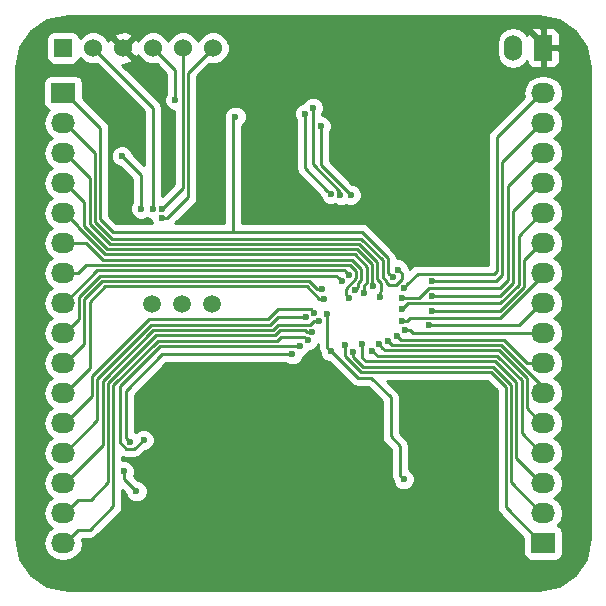
<source format=gbr>
G04 #@! TF.FileFunction,Copper,L2,Bot,Signal*
%FSLAX46Y46*%
G04 Gerber Fmt 4.6, Leading zero omitted, Abs format (unit mm)*
G04 Created by KiCad (PCBNEW 0.201510170916+6271~30~ubuntu15.04.1-product) date Mon 02 Nov 2015 12:23:47 AM PST*
%MOMM*%
G01*
G04 APERTURE LIST*
%ADD10C,0.100000*%
%ADD11C,1.506220*%
%ADD12R,2.032000X1.727200*%
%ADD13O,2.032000X1.727200*%
%ADD14R,1.524000X1.524000*%
%ADD15C,1.524000*%
%ADD16R,1.524000X2.199640*%
%ADD17O,1.524000X2.199640*%
%ADD18C,0.600000*%
%ADD19C,0.250000*%
%ADD20C,0.500000*%
%ADD21C,0.254000*%
G04 APERTURE END LIST*
D10*
D11*
X114748400Y-75076200D03*
X112208400Y-75076200D03*
X117248400Y-75076200D03*
D12*
X145320000Y-95320000D03*
D13*
X145320000Y-92780000D03*
X145320000Y-90240000D03*
X145320000Y-87700000D03*
X145320000Y-85160000D03*
X145320000Y-82620000D03*
X145320000Y-80080000D03*
X145320000Y-77540000D03*
X145320000Y-75000000D03*
X145320000Y-72460000D03*
X145320000Y-69920000D03*
X145320000Y-67380000D03*
X145320000Y-64840000D03*
X145320000Y-62300000D03*
X145320000Y-59760000D03*
X145320000Y-57220000D03*
D12*
X104680000Y-57220000D03*
D13*
X104680000Y-59760000D03*
X104680000Y-62300000D03*
X104680000Y-64840000D03*
X104680000Y-67380000D03*
X104680000Y-69920000D03*
X104680000Y-72460000D03*
X104680000Y-75000000D03*
X104680000Y-77540000D03*
X104680000Y-80080000D03*
X104680000Y-82620000D03*
X104680000Y-85160000D03*
X104680000Y-87700000D03*
X104680000Y-90240000D03*
X104680000Y-92780000D03*
X104680000Y-95320000D03*
D14*
X104673400Y-53416200D03*
D15*
X107213400Y-53416200D03*
X109753400Y-53416200D03*
X112293400Y-53416200D03*
X114833400Y-53416200D03*
X117373400Y-53416200D03*
D16*
X145313400Y-53416200D03*
D17*
X142773400Y-53416200D03*
D18*
X134264400Y-86436200D03*
X136169400Y-85229700D03*
X134327900Y-84975708D03*
X122773400Y-83401200D03*
X123723400Y-65701200D03*
X120673400Y-65726200D03*
X120298401Y-51426200D03*
X131973400Y-52201200D03*
X129123400Y-57951200D03*
X129123400Y-57276200D03*
X126100000Y-67400000D03*
X118500000Y-80300000D03*
X111700000Y-88900000D03*
X139400000Y-68400000D03*
X134100000Y-67500000D03*
X133200000Y-66600000D03*
X117073400Y-57426200D03*
X109840000Y-89275700D03*
X110890000Y-90950000D03*
X110340000Y-86750000D03*
X124090000Y-79350000D03*
X124738929Y-78650794D03*
X111490000Y-86600000D03*
X132603778Y-72850593D03*
X119273400Y-59226200D03*
X127358049Y-65797511D03*
X125175031Y-58970534D03*
X126517380Y-60020200D03*
X129040000Y-65850000D03*
X128156321Y-65850232D03*
X125824409Y-58474823D03*
X114188420Y-57826200D03*
X112273387Y-67026200D03*
X125381361Y-78174035D03*
X125740747Y-77459289D03*
X126360336Y-76525680D03*
X125252172Y-76238393D03*
X125945717Y-75839627D03*
X126779552Y-74640470D03*
X126598903Y-73799990D03*
X128298936Y-73176979D03*
X128863003Y-72609664D03*
X128890000Y-74550000D03*
X129374992Y-73913760D03*
X130171171Y-74172599D03*
X130935184Y-73584573D03*
X131490000Y-74500000D03*
X133034110Y-72176179D03*
X128549372Y-78562200D03*
X129253706Y-79127894D03*
X130015718Y-78504494D03*
X130835400Y-79070210D03*
X131401094Y-78504506D03*
X132213317Y-78251136D03*
X132988995Y-77801125D03*
X133606836Y-77292900D03*
X135628499Y-76901103D03*
X133383351Y-76524737D03*
X135923380Y-75651089D03*
X133390000Y-75500000D03*
X135923380Y-74401068D03*
X133340000Y-74550000D03*
X135923380Y-73151047D03*
X133534029Y-73703674D03*
X109648380Y-62560200D03*
X111273400Y-67026200D03*
X113073400Y-67826200D03*
X133502400Y-89928698D03*
X113073400Y-67026200D03*
X127340000Y-79100000D03*
X127040000Y-75900000D03*
D19*
X134327900Y-84975708D02*
X134327900Y-86372700D01*
X134327900Y-86372700D02*
X134264400Y-86436200D01*
X115251200Y-92451200D02*
X132412904Y-92451200D01*
X111700000Y-88900000D02*
X115251200Y-92451200D01*
X136169400Y-85653964D02*
X136169400Y-85229700D01*
X132412904Y-92451200D02*
X136169400Y-88694704D01*
X136169400Y-88694704D02*
X136169400Y-85653964D01*
X122773400Y-83401200D02*
X121601200Y-83401200D01*
X121601200Y-83401200D02*
X118500000Y-80300000D01*
X126100000Y-67400000D02*
X124401200Y-65701200D01*
X124401200Y-65701200D02*
X123723400Y-65701200D01*
X120673400Y-65726200D02*
X123698400Y-65726200D01*
X123698400Y-65726200D02*
X123723400Y-65701200D01*
X118273400Y-51426200D02*
X119874137Y-51426200D01*
X118073400Y-51626200D02*
X118273400Y-51426200D01*
X119874137Y-51426200D02*
X120298401Y-51426200D01*
D20*
X131973400Y-52201200D02*
X132273399Y-51901201D01*
X134498399Y-51901201D02*
X135123400Y-51276200D01*
X132273399Y-51901201D02*
X134498399Y-51901201D01*
X129123400Y-57276200D02*
X135123400Y-51276200D01*
X143511220Y-51276200D02*
X145313400Y-53078380D01*
X135123400Y-51276200D02*
X143511220Y-51276200D01*
D19*
X145313400Y-53078380D02*
X145313400Y-53416200D01*
X111473400Y-51626200D02*
X118073400Y-51626200D01*
X110515399Y-52584201D02*
X111473400Y-51626200D01*
X109753400Y-53416200D02*
X110515399Y-52654201D01*
X110515399Y-52654201D02*
X110515399Y-52584201D01*
X126100000Y-67400000D02*
X126399999Y-67699999D01*
X126399999Y-67699999D02*
X132100001Y-67699999D01*
X132100001Y-67699999D02*
X132900001Y-66899999D01*
X132900001Y-66899999D02*
X133200000Y-66600000D01*
X118500000Y-80300000D02*
X118500000Y-82100000D01*
X118500000Y-82100000D02*
X111700000Y-88900000D01*
D20*
X134100000Y-67500000D02*
X135000000Y-68400000D01*
X135000000Y-68400000D02*
X139400000Y-68400000D01*
D19*
X119073400Y-52626200D02*
X119073400Y-55426200D01*
X118073400Y-51626200D02*
X119073400Y-52626200D01*
X119073400Y-55426200D02*
X117073400Y-57426200D01*
X109840000Y-89699964D02*
X109840000Y-89275700D01*
X109840000Y-89900000D02*
X109840000Y-89699964D01*
X110890000Y-90950000D02*
X109840000Y-89900000D01*
X109990000Y-82450000D02*
X109990000Y-86400000D01*
X109990000Y-86400000D02*
X110340000Y-86750000D01*
X113090000Y-79350000D02*
X109990000Y-82450000D01*
X124090000Y-79350000D02*
X113090000Y-79350000D01*
X110039998Y-87375002D02*
X109464998Y-86800002D01*
X112889206Y-78650794D02*
X124314665Y-78650794D01*
X124314665Y-78650794D02*
X124738929Y-78650794D01*
X111490000Y-86600000D02*
X110714998Y-87375002D01*
X109464998Y-82075002D02*
X112889206Y-78650794D01*
X110714998Y-87375002D02*
X110039998Y-87375002D01*
X109464998Y-86800002D02*
X109464998Y-82075002D01*
X129972910Y-68976101D02*
X132188071Y-71191262D01*
X119032845Y-68976101D02*
X129972910Y-68976101D01*
X132188071Y-71191262D02*
X132188071Y-72434886D01*
X132303779Y-72550594D02*
X132603778Y-72850593D01*
X132188071Y-72434886D02*
X132303779Y-72550594D01*
X104680000Y-57220000D02*
X104832400Y-57220000D01*
X107823400Y-67926200D02*
X108873301Y-68976101D01*
X107823400Y-60211000D02*
X107823400Y-67926200D01*
X108873301Y-68976101D02*
X119032845Y-68976101D01*
X104832400Y-57220000D02*
X107823400Y-60211000D01*
X119032845Y-68976101D02*
X119032845Y-59466755D01*
X119032845Y-59466755D02*
X119273400Y-59226200D01*
X125175031Y-63614493D02*
X127058050Y-65497512D01*
X127058050Y-65497512D02*
X127358049Y-65797511D01*
X125175031Y-58970534D02*
X125175031Y-63614493D01*
X129040000Y-65850000D02*
X126498400Y-63308400D01*
X126498400Y-63308400D02*
X126498400Y-60039180D01*
X126498400Y-60039180D02*
X126517380Y-60020200D01*
X125824409Y-58474823D02*
X125824409Y-63270819D01*
X128156321Y-65602731D02*
X128156321Y-65850232D01*
X125824409Y-63270819D02*
X128156321Y-65602731D01*
X114188420Y-57401936D02*
X114188420Y-57826200D01*
X114188420Y-55311220D02*
X114188420Y-57401936D01*
X112293400Y-53416200D02*
X114188420Y-55311220D01*
X107213400Y-53416200D02*
X112273387Y-58476187D01*
X112273387Y-66601936D02*
X112273387Y-67026200D01*
X112273387Y-58476187D02*
X112273387Y-66601936D01*
X122791920Y-78200783D02*
X123118667Y-77874036D01*
X104680000Y-95320000D02*
X104832400Y-95320000D01*
X112702806Y-78200783D02*
X122791920Y-78200783D01*
X106947190Y-94206400D02*
X108939989Y-92213601D01*
X104832400Y-95320000D02*
X105946000Y-94206400D01*
X125081362Y-77874036D02*
X125381361Y-78174035D01*
X123118667Y-77874036D02*
X125081362Y-77874036D01*
X108939989Y-92213601D02*
X108939989Y-81963600D01*
X108939989Y-81963600D02*
X112702806Y-78200783D01*
X105946000Y-94206400D02*
X106947190Y-94206400D01*
X107000779Y-91666400D02*
X108489978Y-90177201D01*
X122605520Y-77750772D02*
X123042887Y-77313405D01*
X104680000Y-92780000D02*
X104832400Y-92780000D01*
X125316483Y-77459289D02*
X125740747Y-77459289D01*
X112516406Y-77750772D02*
X122605520Y-77750772D01*
X105946000Y-91666400D02*
X107000779Y-91666400D01*
X123042887Y-77313405D02*
X125170599Y-77313405D01*
X108489978Y-90177201D02*
X108489978Y-81777200D01*
X108489978Y-81777200D02*
X112516406Y-77750772D01*
X104832400Y-92780000D02*
X105946000Y-91666400D01*
X125170599Y-77313405D02*
X125316483Y-77459289D01*
X112330006Y-77300761D02*
X122419120Y-77300761D01*
X104680000Y-90240000D02*
X104832400Y-90240000D01*
X122419120Y-77300761D02*
X122856487Y-76863394D01*
X125552173Y-76863394D02*
X125889887Y-76525680D01*
X104832400Y-90240000D02*
X108039967Y-87032433D01*
X125889887Y-76525680D02*
X125936072Y-76525680D01*
X125936072Y-76525680D02*
X126360336Y-76525680D01*
X108039967Y-81590800D02*
X112330006Y-77300761D01*
X108039967Y-87032433D02*
X108039967Y-81590800D01*
X122856487Y-76863394D02*
X125552173Y-76863394D01*
X122232720Y-76850750D02*
X122845077Y-76238393D01*
X124827908Y-76238393D02*
X125252172Y-76238393D01*
X104832400Y-87700000D02*
X107589956Y-84942444D01*
X122845077Y-76238393D02*
X124827908Y-76238393D01*
X112143606Y-76850750D02*
X122232720Y-76850750D01*
X107589956Y-81404400D02*
X112143606Y-76850750D01*
X104680000Y-87700000D02*
X104832400Y-87700000D01*
X107589956Y-84942444D02*
X107589956Y-81404400D01*
X122907431Y-75539628D02*
X125645718Y-75539628D01*
X122046320Y-76400739D02*
X122907431Y-75539628D01*
X107139945Y-81218000D02*
X111957206Y-76400739D01*
X104680000Y-85160000D02*
X104832400Y-85160000D01*
X125645718Y-75539628D02*
X125945717Y-75839627D01*
X111957206Y-76400739D02*
X122046320Y-76400739D01*
X107139945Y-82852455D02*
X107139945Y-81218000D01*
X104832400Y-85160000D02*
X107139945Y-82852455D01*
X126355288Y-74640470D02*
X126779552Y-74640470D01*
X108223400Y-73601200D02*
X125316018Y-73601200D01*
X106921032Y-80531368D02*
X106921032Y-74903567D01*
X125316018Y-73601200D02*
X126355288Y-74640470D01*
X106921032Y-74903567D02*
X108223400Y-73601200D01*
X104832400Y-82620000D02*
X106921032Y-80531368D01*
X104680000Y-82620000D02*
X104832400Y-82620000D01*
X107987000Y-73151189D02*
X125502418Y-73151189D01*
X106471021Y-74667168D02*
X107987000Y-73151189D01*
X126151219Y-73799990D02*
X126174639Y-73799990D01*
X104680000Y-80080000D02*
X104832400Y-80080000D01*
X104832400Y-80080000D02*
X106471021Y-78441379D01*
X106471021Y-78441379D02*
X106471021Y-74667168D01*
X125502418Y-73151189D02*
X126151219Y-73799990D01*
X126174639Y-73799990D02*
X126598903Y-73799990D01*
X106021010Y-76351390D02*
X106021010Y-74480768D01*
X104680000Y-77540000D02*
X104832400Y-77540000D01*
X127823135Y-72701178D02*
X127998937Y-72876980D01*
X107800600Y-72701178D02*
X127823135Y-72701178D01*
X106021010Y-74480768D02*
X107800600Y-72701178D01*
X104832400Y-77540000D02*
X106021010Y-76351390D01*
X127998937Y-72876980D02*
X128298936Y-73176979D01*
X104832400Y-75000000D02*
X107581233Y-72251167D01*
X104680000Y-75000000D02*
X104832400Y-75000000D01*
X107581233Y-72251167D02*
X128504506Y-72251167D01*
X128504506Y-72251167D02*
X128563004Y-72309665D01*
X128563004Y-72309665D02*
X128863003Y-72609664D01*
X128590001Y-74250001D02*
X128890000Y-74550000D01*
X129488005Y-72903977D02*
X128590001Y-73801981D01*
X106604844Y-71801156D02*
X128979499Y-71801156D01*
X105946000Y-72460000D02*
X106604844Y-71801156D01*
X129488005Y-72309662D02*
X129488005Y-72903977D01*
X128590001Y-73801981D02*
X128590001Y-74250001D01*
X128979499Y-71801156D02*
X129488005Y-72309662D01*
X104680000Y-72460000D02*
X105946000Y-72460000D01*
X129938016Y-72123262D02*
X129938016Y-73096066D01*
X104680000Y-69920000D02*
X106585145Y-69920000D01*
X129674991Y-73359091D02*
X129674991Y-73613761D01*
X129165899Y-71351145D02*
X129938016Y-72123262D01*
X108016290Y-71351145D02*
X129165899Y-71351145D01*
X106585145Y-69920000D02*
X108016290Y-71351145D01*
X129674991Y-73613761D02*
X129374992Y-73913760D01*
X129938016Y-73096066D02*
X129674991Y-73359091D01*
X130171171Y-73748335D02*
X130171171Y-74172599D01*
X104680000Y-67380000D02*
X104832400Y-67380000D01*
X130171171Y-73499322D02*
X130171171Y-73748335D01*
X130388027Y-73282466D02*
X130171171Y-73499322D01*
X108248334Y-70901134D02*
X129352299Y-70901134D01*
X105946000Y-68598800D02*
X108248334Y-70901134D01*
X105946000Y-68493600D02*
X105946000Y-68598800D01*
X104832400Y-67380000D02*
X105946000Y-68493600D01*
X129352299Y-70901134D02*
X130388027Y-71936862D01*
X130388027Y-71936862D02*
X130388027Y-73282466D01*
X106473367Y-66480967D02*
X106473367Y-68489757D01*
X106473367Y-68489757D02*
X108434733Y-70451123D01*
X130838038Y-71750462D02*
X130838038Y-73487427D01*
X108434733Y-70451123D02*
X129538699Y-70451123D01*
X104832400Y-64840000D02*
X106473367Y-66480967D01*
X104680000Y-64840000D02*
X104832400Y-64840000D01*
X129538699Y-70451123D02*
X130838038Y-71750462D01*
X130838038Y-73487427D02*
X130935184Y-73584573D01*
X131597400Y-73968336D02*
X131490000Y-74075736D01*
X104832400Y-62300000D02*
X106923378Y-64390978D01*
X108621132Y-70001112D02*
X129725099Y-70001112D01*
X104680000Y-62300000D02*
X104832400Y-62300000D01*
X131288049Y-73012434D02*
X131597400Y-73321785D01*
X106923378Y-64390978D02*
X106923378Y-68303358D01*
X129725099Y-70001112D02*
X131288049Y-71564062D01*
X106923378Y-68303358D02*
X108621132Y-70001112D01*
X131288049Y-71564062D02*
X131288049Y-73012434D01*
X131597400Y-73321785D02*
X131597400Y-73968336D01*
X131490000Y-74075736D02*
X131490000Y-74500000D01*
X132870418Y-73483373D02*
X133334109Y-73019682D01*
X133334109Y-72476178D02*
X133034110Y-72176179D01*
X132270414Y-73483373D02*
X132870418Y-73483373D01*
X132047411Y-73260369D02*
X132270414Y-73483373D01*
X132047411Y-73135385D02*
X132047411Y-73260369D01*
X131738060Y-72826035D02*
X132047411Y-73135385D01*
X129911499Y-69551101D02*
X131738060Y-71377662D01*
X131738060Y-71377662D02*
X131738060Y-72826035D01*
X108807531Y-69551101D02*
X129911499Y-69551101D01*
X104680000Y-59760000D02*
X104832400Y-59760000D01*
X107373389Y-68116959D02*
X108807531Y-69551101D01*
X107373389Y-62300989D02*
X107373389Y-68116959D01*
X133334109Y-73019682D02*
X133334109Y-72476178D01*
X104832400Y-59760000D02*
X107373389Y-62300989D01*
X145320000Y-95320000D02*
X145167600Y-95320000D01*
X145167600Y-95320000D02*
X142140000Y-92292400D01*
X142140000Y-92292400D02*
X142140000Y-82100000D01*
X140889223Y-80849223D02*
X129908597Y-80849223D01*
X142140000Y-82100000D02*
X140889223Y-80849223D01*
X129908597Y-80849223D02*
X128549372Y-79489998D01*
X128549372Y-79489998D02*
X128549372Y-78986464D01*
X128549372Y-78986464D02*
X128549372Y-78562200D01*
X145320000Y-92780000D02*
X145167600Y-92780000D01*
X145167600Y-92780000D02*
X142590011Y-90202411D01*
X142590011Y-90202411D02*
X142590011Y-81913600D01*
X142590011Y-81913600D02*
X141075623Y-80399212D01*
X141075623Y-80399212D02*
X130094997Y-80399212D01*
X130094997Y-80399212D02*
X129253706Y-79557921D01*
X129253706Y-79557921D02*
X129253706Y-79552158D01*
X129253706Y-79552158D02*
X129253706Y-79127894D01*
X145320000Y-90240000D02*
X145167600Y-90240000D01*
X145167600Y-90240000D02*
X143040022Y-88112422D01*
X143040022Y-88112422D02*
X143040022Y-81727200D01*
X143040022Y-81727200D02*
X141262024Y-79949202D01*
X141262024Y-79949202D02*
X130281398Y-79949203D01*
X130281398Y-79949203D02*
X130015718Y-79683523D01*
X130015718Y-79683523D02*
X130015718Y-78928758D01*
X130015718Y-78928758D02*
X130015718Y-78504494D01*
X145167600Y-87700000D02*
X143490033Y-86022433D01*
X145320000Y-87700000D02*
X145167600Y-87700000D01*
X141416966Y-79467733D02*
X131232923Y-79467733D01*
X143490033Y-86022433D02*
X143490033Y-81540800D01*
X131135399Y-79370209D02*
X130835400Y-79070210D01*
X143490033Y-81540800D02*
X141416966Y-79467733D01*
X131232923Y-79467733D02*
X131135399Y-79370209D01*
X131914310Y-79017722D02*
X131701093Y-78804505D01*
X141603366Y-79017722D02*
X131914310Y-79017722D01*
X143940044Y-81354400D02*
X141603366Y-79017722D01*
X143940044Y-83932444D02*
X143940044Y-81354400D01*
X145167600Y-85160000D02*
X143940044Y-83932444D01*
X131701093Y-78804505D02*
X131401094Y-78504506D01*
X145320000Y-85160000D02*
X145167600Y-85160000D01*
X132529892Y-78567711D02*
X132513316Y-78551135D01*
X132513316Y-78551135D02*
X132213317Y-78251136D01*
X141789766Y-78567711D02*
X132529892Y-78567711D01*
X145320000Y-82620000D02*
X145320000Y-82097945D01*
X145320000Y-82097945D02*
X141789766Y-78567711D01*
X141976166Y-78117700D02*
X133305570Y-78117700D01*
X133305570Y-78117700D02*
X132988995Y-77801125D01*
X145320000Y-80080000D02*
X143938466Y-80080000D01*
X143938466Y-80080000D02*
X141976166Y-78117700D01*
X134264323Y-77526123D02*
X134031100Y-77292900D01*
X142034877Y-77540000D02*
X142021000Y-77526123D01*
X134031100Y-77292900D02*
X133606836Y-77292900D01*
X145320000Y-77540000D02*
X142034877Y-77540000D01*
X142021000Y-77526123D02*
X134264323Y-77526123D01*
X145320000Y-75000000D02*
X145167600Y-75000000D01*
X136052763Y-76901103D02*
X135628499Y-76901103D01*
X145167600Y-75000000D02*
X143266497Y-76901103D01*
X143266497Y-76901103D02*
X136052763Y-76901103D01*
X133807615Y-76524737D02*
X133383351Y-76524737D01*
X134056251Y-76276101D02*
X133807615Y-76524737D01*
X141709543Y-76276101D02*
X134056251Y-76276101D01*
X145320000Y-72665644D02*
X141709543Y-76276101D01*
X145320000Y-72460000D02*
X145320000Y-72665644D01*
X136347644Y-75651089D02*
X135923380Y-75651089D01*
X141698144Y-75651089D02*
X136347644Y-75651089D01*
X143690023Y-73659210D02*
X141698144Y-75651089D01*
X145167600Y-69920000D02*
X143690023Y-71397577D01*
X145320000Y-69920000D02*
X145167600Y-69920000D01*
X143690023Y-71397577D02*
X143690023Y-73659210D01*
X145167600Y-67380000D02*
X145320000Y-67380000D01*
X143240012Y-73472810D02*
X143240012Y-69307588D01*
X141686734Y-75026088D02*
X143240012Y-73472810D01*
X133863912Y-75026088D02*
X141686734Y-75026088D01*
X133390000Y-75500000D02*
X133863912Y-75026088D01*
X143240012Y-69307588D02*
X145167600Y-67380000D01*
X145320000Y-64840000D02*
X145167600Y-64840000D01*
X141675343Y-74401068D02*
X136347644Y-74401068D01*
X142790001Y-73286410D02*
X141675343Y-74401068D01*
X142790001Y-67217599D02*
X142790001Y-73286410D01*
X136347644Y-74401068D02*
X135923380Y-74401068D01*
X145167600Y-64840000D02*
X142790001Y-67217599D01*
X134849977Y-74550000D02*
X135623910Y-73776067D01*
X141663933Y-73776067D02*
X142339990Y-73100010D01*
X135623910Y-73776067D02*
X141663933Y-73776067D01*
X142339990Y-73100010D02*
X142339990Y-65127610D01*
X142339990Y-65127610D02*
X145167600Y-62300000D01*
X145167600Y-62300000D02*
X145320000Y-62300000D01*
X133340000Y-74550000D02*
X134849977Y-74550000D01*
X141840011Y-63087589D02*
X141840011Y-72659589D01*
X145167600Y-59760000D02*
X141840011Y-63087589D01*
X136347644Y-73151047D02*
X135923380Y-73151047D01*
X145320000Y-59760000D02*
X145167600Y-59760000D01*
X141840011Y-72659589D02*
X141348553Y-73151047D01*
X141348553Y-73151047D02*
X136347644Y-73151047D01*
X145320000Y-57220000D02*
X145167600Y-57220000D01*
X145167600Y-57220000D02*
X141390000Y-60997600D01*
X141390000Y-60997600D02*
X141390000Y-72309600D01*
X141173554Y-72526046D02*
X134711657Y-72526046D01*
X141390000Y-72309600D02*
X141173554Y-72526046D01*
X134711657Y-72526046D02*
X133834028Y-73403675D01*
X133834028Y-73403675D02*
X133534029Y-73703674D01*
X111273400Y-64185220D02*
X109948379Y-62860199D01*
X111273400Y-67026200D02*
X111273400Y-64185220D01*
X109948379Y-62860199D02*
X109648380Y-62560200D01*
X113497664Y-67826200D02*
X113073400Y-67826200D01*
X115273400Y-66050464D02*
X113497664Y-67826200D01*
X115273400Y-55516200D02*
X115273400Y-66050464D01*
X117373400Y-53416200D02*
X115273400Y-55516200D01*
X127340000Y-79100000D02*
X127372700Y-79100000D01*
X133202401Y-87088701D02*
X133202401Y-89628699D01*
X127372700Y-79100000D02*
X129628900Y-81356200D01*
X132413652Y-82997952D02*
X132413652Y-86299952D01*
X129628900Y-81356200D02*
X130771900Y-81356200D01*
X130771900Y-81356200D02*
X132413652Y-82997952D01*
X133202401Y-89628699D02*
X133502400Y-89928698D01*
X132413652Y-86299952D02*
X133202401Y-87088701D01*
X113373399Y-66726201D02*
X113073400Y-67026200D01*
X114823389Y-54503841D02*
X114823389Y-65276211D01*
X114833400Y-54493830D02*
X114823389Y-54503841D01*
X114833400Y-53416200D02*
X114833400Y-54493830D01*
X114823389Y-65276211D02*
X113373399Y-66726201D01*
X127040000Y-75900000D02*
X127040000Y-78800000D01*
X127040000Y-78800000D02*
X127340000Y-79100000D01*
D21*
G36*
X146646142Y-51025858D02*
X148041676Y-51958323D01*
X148974142Y-53353856D01*
X149315000Y-55067467D01*
X149315000Y-94932533D01*
X148974142Y-96646144D01*
X148041676Y-98041677D01*
X146646142Y-98974142D01*
X144932533Y-99315000D01*
X105067467Y-99315000D01*
X103353856Y-98974142D01*
X101958323Y-98041676D01*
X101025858Y-96646142D01*
X100685000Y-94932533D01*
X100685000Y-59760000D01*
X102996655Y-59760000D01*
X103110729Y-60333489D01*
X103435585Y-60819670D01*
X103750366Y-61030000D01*
X103435585Y-61240330D01*
X103110729Y-61726511D01*
X102996655Y-62300000D01*
X103110729Y-62873489D01*
X103435585Y-63359670D01*
X103750366Y-63570000D01*
X103435585Y-63780330D01*
X103110729Y-64266511D01*
X102996655Y-64840000D01*
X103110729Y-65413489D01*
X103435585Y-65899670D01*
X103750366Y-66110000D01*
X103435585Y-66320330D01*
X103110729Y-66806511D01*
X102996655Y-67380000D01*
X103110729Y-67953489D01*
X103435585Y-68439670D01*
X103750366Y-68650000D01*
X103435585Y-68860330D01*
X103110729Y-69346511D01*
X102996655Y-69920000D01*
X103110729Y-70493489D01*
X103435585Y-70979670D01*
X103750366Y-71190000D01*
X103435585Y-71400330D01*
X103110729Y-71886511D01*
X102996655Y-72460000D01*
X103110729Y-73033489D01*
X103435585Y-73519670D01*
X103750366Y-73730000D01*
X103435585Y-73940330D01*
X103110729Y-74426511D01*
X102996655Y-75000000D01*
X103110729Y-75573489D01*
X103435585Y-76059670D01*
X103750366Y-76270000D01*
X103435585Y-76480330D01*
X103110729Y-76966511D01*
X102996655Y-77540000D01*
X103110729Y-78113489D01*
X103435585Y-78599670D01*
X103750366Y-78810000D01*
X103435585Y-79020330D01*
X103110729Y-79506511D01*
X102996655Y-80080000D01*
X103110729Y-80653489D01*
X103435585Y-81139670D01*
X103750366Y-81350000D01*
X103435585Y-81560330D01*
X103110729Y-82046511D01*
X102996655Y-82620000D01*
X103110729Y-83193489D01*
X103435585Y-83679670D01*
X103750366Y-83890000D01*
X103435585Y-84100330D01*
X103110729Y-84586511D01*
X102996655Y-85160000D01*
X103110729Y-85733489D01*
X103435585Y-86219670D01*
X103750366Y-86430000D01*
X103435585Y-86640330D01*
X103110729Y-87126511D01*
X102996655Y-87700000D01*
X103110729Y-88273489D01*
X103435585Y-88759670D01*
X103750366Y-88970000D01*
X103435585Y-89180330D01*
X103110729Y-89666511D01*
X102996655Y-90240000D01*
X103110729Y-90813489D01*
X103435585Y-91299670D01*
X103750366Y-91510000D01*
X103435585Y-91720330D01*
X103110729Y-92206511D01*
X102996655Y-92780000D01*
X103110729Y-93353489D01*
X103435585Y-93839670D01*
X103750366Y-94050000D01*
X103435585Y-94260330D01*
X103110729Y-94746511D01*
X102996655Y-95320000D01*
X103110729Y-95893489D01*
X103435585Y-96379670D01*
X103921766Y-96704526D01*
X104495255Y-96818600D01*
X104864745Y-96818600D01*
X105438234Y-96704526D01*
X105924415Y-96379670D01*
X106249271Y-95893489D01*
X106363345Y-95320000D01*
X106293010Y-94966400D01*
X106947190Y-94966400D01*
X107238029Y-94908548D01*
X107484591Y-94743801D01*
X109477390Y-92751002D01*
X109642137Y-92504441D01*
X109699989Y-92213601D01*
X109699989Y-90834791D01*
X109954878Y-91089680D01*
X109954838Y-91135167D01*
X110096883Y-91478943D01*
X110359673Y-91742192D01*
X110703201Y-91884838D01*
X111075167Y-91885162D01*
X111418943Y-91743117D01*
X111682192Y-91480327D01*
X111824838Y-91136799D01*
X111825162Y-90764833D01*
X111683117Y-90421057D01*
X111420327Y-90157808D01*
X111076799Y-90015162D01*
X111029923Y-90015121D01*
X110687539Y-89672737D01*
X110774838Y-89462499D01*
X110775162Y-89090533D01*
X110633117Y-88746757D01*
X110370327Y-88483508D01*
X110026799Y-88340862D01*
X109699989Y-88340577D01*
X109699989Y-88044296D01*
X109749159Y-88077150D01*
X110039998Y-88135002D01*
X110714998Y-88135002D01*
X111005837Y-88077150D01*
X111252399Y-87912403D01*
X111629680Y-87535122D01*
X111675167Y-87535162D01*
X112018943Y-87393117D01*
X112282192Y-87130327D01*
X112424838Y-86786799D01*
X112425162Y-86414833D01*
X112283117Y-86071057D01*
X112020327Y-85807808D01*
X111676799Y-85665162D01*
X111304833Y-85664838D01*
X110961057Y-85806883D01*
X110827629Y-85940078D01*
X110750000Y-85907844D01*
X110750000Y-82764802D01*
X113404802Y-80110000D01*
X123527537Y-80110000D01*
X123559673Y-80142192D01*
X123903201Y-80284838D01*
X124275167Y-80285162D01*
X124618943Y-80143117D01*
X124882192Y-79880327D01*
X125021063Y-79545890D01*
X125267872Y-79443911D01*
X125531121Y-79181121D01*
X125560989Y-79109192D01*
X125566528Y-79109197D01*
X125910304Y-78967152D01*
X126173553Y-78704362D01*
X126280000Y-78448010D01*
X126280000Y-78800000D01*
X126337852Y-79090839D01*
X126404920Y-79191213D01*
X126404838Y-79285167D01*
X126546883Y-79628943D01*
X126809673Y-79892192D01*
X127153201Y-80034838D01*
X127232805Y-80034907D01*
X129091499Y-81893601D01*
X129338061Y-82058348D01*
X129628900Y-82116200D01*
X130457098Y-82116200D01*
X131653652Y-83312754D01*
X131653652Y-86299952D01*
X131711504Y-86590791D01*
X131876251Y-86837353D01*
X132442401Y-87403503D01*
X132442401Y-89628699D01*
X132500253Y-89919538D01*
X132567320Y-90019911D01*
X132567238Y-90113865D01*
X132709283Y-90457641D01*
X132972073Y-90720890D01*
X133315601Y-90863536D01*
X133687567Y-90863860D01*
X134031343Y-90721815D01*
X134294592Y-90459025D01*
X134437238Y-90115497D01*
X134437562Y-89743531D01*
X134295517Y-89399755D01*
X134032727Y-89136506D01*
X133962401Y-89107304D01*
X133962401Y-87088701D01*
X133904549Y-86797862D01*
X133739802Y-86551300D01*
X133173652Y-85985150D01*
X133173652Y-82997952D01*
X133115800Y-82707113D01*
X132951053Y-82460551D01*
X132099725Y-81609223D01*
X140574421Y-81609223D01*
X141380000Y-82414802D01*
X141380000Y-92292400D01*
X141437852Y-92583239D01*
X141602599Y-92829801D01*
X143656560Y-94883762D01*
X143656560Y-96183600D01*
X143700838Y-96418917D01*
X143839910Y-96635041D01*
X144052110Y-96780031D01*
X144304000Y-96831040D01*
X146336000Y-96831040D01*
X146571317Y-96786762D01*
X146787441Y-96647690D01*
X146932431Y-96435490D01*
X146983440Y-96183600D01*
X146983440Y-94456400D01*
X146939162Y-94221083D01*
X146800090Y-94004959D01*
X146587890Y-93859969D01*
X146546561Y-93851600D01*
X146564415Y-93839670D01*
X146889271Y-93353489D01*
X147003345Y-92780000D01*
X146889271Y-92206511D01*
X146564415Y-91720330D01*
X146249634Y-91510000D01*
X146564415Y-91299670D01*
X146889271Y-90813489D01*
X147003345Y-90240000D01*
X146889271Y-89666511D01*
X146564415Y-89180330D01*
X146249634Y-88970000D01*
X146564415Y-88759670D01*
X146889271Y-88273489D01*
X147003345Y-87700000D01*
X146889271Y-87126511D01*
X146564415Y-86640330D01*
X146249634Y-86430000D01*
X146564415Y-86219670D01*
X146889271Y-85733489D01*
X147003345Y-85160000D01*
X146889271Y-84586511D01*
X146564415Y-84100330D01*
X146249634Y-83890000D01*
X146564415Y-83679670D01*
X146889271Y-83193489D01*
X147003345Y-82620000D01*
X146889271Y-82046511D01*
X146564415Y-81560330D01*
X146249634Y-81350000D01*
X146564415Y-81139670D01*
X146889271Y-80653489D01*
X147003345Y-80080000D01*
X146889271Y-79506511D01*
X146564415Y-79020330D01*
X146249634Y-78810000D01*
X146564415Y-78599670D01*
X146889271Y-78113489D01*
X147003345Y-77540000D01*
X146889271Y-76966511D01*
X146564415Y-76480330D01*
X146249634Y-76270000D01*
X146564415Y-76059670D01*
X146889271Y-75573489D01*
X147003345Y-75000000D01*
X146889271Y-74426511D01*
X146564415Y-73940330D01*
X146249634Y-73730000D01*
X146564415Y-73519670D01*
X146889271Y-73033489D01*
X147003345Y-72460000D01*
X146889271Y-71886511D01*
X146564415Y-71400330D01*
X146249634Y-71190000D01*
X146564415Y-70979670D01*
X146889271Y-70493489D01*
X147003345Y-69920000D01*
X146889271Y-69346511D01*
X146564415Y-68860330D01*
X146249634Y-68650000D01*
X146564415Y-68439670D01*
X146889271Y-67953489D01*
X147003345Y-67380000D01*
X146889271Y-66806511D01*
X146564415Y-66320330D01*
X146249634Y-66110000D01*
X146564415Y-65899670D01*
X146889271Y-65413489D01*
X147003345Y-64840000D01*
X146889271Y-64266511D01*
X146564415Y-63780330D01*
X146249634Y-63570000D01*
X146564415Y-63359670D01*
X146889271Y-62873489D01*
X147003345Y-62300000D01*
X146889271Y-61726511D01*
X146564415Y-61240330D01*
X146249634Y-61030000D01*
X146564415Y-60819670D01*
X146889271Y-60333489D01*
X147003345Y-59760000D01*
X146889271Y-59186511D01*
X146564415Y-58700330D01*
X146249634Y-58490000D01*
X146564415Y-58279670D01*
X146889271Y-57793489D01*
X147003345Y-57220000D01*
X146889271Y-56646511D01*
X146564415Y-56160330D01*
X146078234Y-55835474D01*
X145504745Y-55721400D01*
X145135255Y-55721400D01*
X144561766Y-55835474D01*
X144075585Y-56160330D01*
X143750729Y-56646511D01*
X143636655Y-57220000D01*
X143712334Y-57600464D01*
X140852599Y-60460199D01*
X140687852Y-60706761D01*
X140630000Y-60997600D01*
X140630000Y-71766046D01*
X134711657Y-71766046D01*
X134420818Y-71823898D01*
X134174256Y-71988645D01*
X134012747Y-72150154D01*
X133969190Y-72084966D01*
X133969272Y-71991012D01*
X133827227Y-71647236D01*
X133564437Y-71383987D01*
X133220909Y-71241341D01*
X132948071Y-71241103D01*
X132948071Y-71191262D01*
X132890219Y-70900423D01*
X132725472Y-70653861D01*
X130510311Y-68438700D01*
X130263749Y-68273953D01*
X129972910Y-68216101D01*
X119792845Y-68216101D01*
X119792845Y-60023241D01*
X119802343Y-60019317D01*
X120065592Y-59756527D01*
X120208238Y-59412999D01*
X120208462Y-59155701D01*
X124239869Y-59155701D01*
X124381914Y-59499477D01*
X124415031Y-59532652D01*
X124415031Y-63614493D01*
X124472883Y-63905332D01*
X124637630Y-64151894D01*
X126422927Y-65937191D01*
X126422887Y-65982678D01*
X126564932Y-66326454D01*
X126827722Y-66589703D01*
X127171250Y-66732349D01*
X127543216Y-66732673D01*
X127693647Y-66670516D01*
X127969522Y-66785070D01*
X128341488Y-66785394D01*
X128598648Y-66679138D01*
X128853201Y-66784838D01*
X129225167Y-66785162D01*
X129568943Y-66643117D01*
X129832192Y-66380327D01*
X129974838Y-66036799D01*
X129975162Y-65664833D01*
X129833117Y-65321057D01*
X129570327Y-65057808D01*
X129226799Y-64915162D01*
X129179923Y-64915121D01*
X127258400Y-62993598D01*
X127258400Y-60601610D01*
X127309572Y-60550527D01*
X127452218Y-60206999D01*
X127452542Y-59835033D01*
X127310497Y-59491257D01*
X127047707Y-59228008D01*
X126704179Y-59085362D01*
X126584409Y-59085258D01*
X126584409Y-59037286D01*
X126616601Y-59005150D01*
X126759247Y-58661622D01*
X126759571Y-58289656D01*
X126617526Y-57945880D01*
X126354736Y-57682631D01*
X126011208Y-57539985D01*
X125639242Y-57539661D01*
X125295466Y-57681706D01*
X125032217Y-57944496D01*
X124994480Y-58035376D01*
X124989864Y-58035372D01*
X124646088Y-58177417D01*
X124382839Y-58440207D01*
X124240193Y-58783735D01*
X124239869Y-59155701D01*
X120208462Y-59155701D01*
X120208562Y-59041033D01*
X120066517Y-58697257D01*
X119803727Y-58434008D01*
X119460199Y-58291362D01*
X119088233Y-58291038D01*
X118744457Y-58433083D01*
X118481208Y-58695873D01*
X118338562Y-59039401D01*
X118338453Y-59164308D01*
X118330697Y-59175916D01*
X118272845Y-59466755D01*
X118272845Y-68216101D01*
X114182565Y-68216101D01*
X115810801Y-66587865D01*
X115975548Y-66341303D01*
X116033400Y-66050464D01*
X116033400Y-55831002D01*
X117064019Y-54800383D01*
X117094300Y-54812957D01*
X117650061Y-54813442D01*
X118163703Y-54601210D01*
X118557029Y-54208570D01*
X118770157Y-53695300D01*
X118770642Y-53139539D01*
X118731329Y-53044393D01*
X141376400Y-53044393D01*
X141376400Y-53788007D01*
X141482740Y-54322616D01*
X141785572Y-54775835D01*
X142238791Y-55078667D01*
X142773400Y-55185007D01*
X143308009Y-55078667D01*
X143761228Y-54775835D01*
X143916400Y-54543604D01*
X143916400Y-54642330D01*
X144013073Y-54875719D01*
X144191702Y-55054347D01*
X144425091Y-55151020D01*
X145027650Y-55151020D01*
X145186400Y-54992270D01*
X145186400Y-53543200D01*
X145440400Y-53543200D01*
X145440400Y-54992270D01*
X145599150Y-55151020D01*
X146201709Y-55151020D01*
X146435098Y-55054347D01*
X146613727Y-54875719D01*
X146710400Y-54642330D01*
X146710400Y-53701950D01*
X146551650Y-53543200D01*
X145440400Y-53543200D01*
X145186400Y-53543200D01*
X145166400Y-53543200D01*
X145166400Y-53289200D01*
X145186400Y-53289200D01*
X145186400Y-51840130D01*
X145440400Y-51840130D01*
X145440400Y-53289200D01*
X146551650Y-53289200D01*
X146710400Y-53130450D01*
X146710400Y-52190070D01*
X146613727Y-51956681D01*
X146435098Y-51778053D01*
X146201709Y-51681380D01*
X145599150Y-51681380D01*
X145440400Y-51840130D01*
X145186400Y-51840130D01*
X145027650Y-51681380D01*
X144425091Y-51681380D01*
X144191702Y-51778053D01*
X144013073Y-51956681D01*
X143916400Y-52190070D01*
X143916400Y-52288796D01*
X143761228Y-52056565D01*
X143308009Y-51753733D01*
X142773400Y-51647393D01*
X142238791Y-51753733D01*
X141785572Y-52056565D01*
X141482740Y-52509784D01*
X141376400Y-53044393D01*
X118731329Y-53044393D01*
X118558410Y-52625897D01*
X118165770Y-52232571D01*
X117652500Y-52019443D01*
X117096739Y-52018958D01*
X116583097Y-52231190D01*
X116189771Y-52623830D01*
X116103451Y-52831712D01*
X116018410Y-52625897D01*
X115625770Y-52232571D01*
X115112500Y-52019443D01*
X114556739Y-52018958D01*
X114043097Y-52231190D01*
X113649771Y-52623830D01*
X113563451Y-52831712D01*
X113478410Y-52625897D01*
X113085770Y-52232571D01*
X112572500Y-52019443D01*
X112016739Y-52018958D01*
X111503097Y-52231190D01*
X111109771Y-52623830D01*
X111030005Y-52815927D01*
X110975797Y-52685057D01*
X110733613Y-52615592D01*
X109933005Y-53416200D01*
X110733613Y-54216808D01*
X110975797Y-54147343D01*
X111025909Y-54006882D01*
X111108390Y-54206503D01*
X111501030Y-54599829D01*
X112014300Y-54812957D01*
X112570061Y-54813442D01*
X112602455Y-54800057D01*
X113428420Y-55626022D01*
X113428420Y-57263737D01*
X113396228Y-57295873D01*
X113253582Y-57639401D01*
X113253258Y-58011367D01*
X113395303Y-58355143D01*
X113658093Y-58618392D01*
X114001621Y-58761038D01*
X114063389Y-58761092D01*
X114063389Y-64961409D01*
X113033387Y-65991411D01*
X113033387Y-58476187D01*
X112994297Y-58279670D01*
X112975535Y-58185347D01*
X112810788Y-57938786D01*
X109690118Y-54818116D01*
X110100768Y-54797562D01*
X110484543Y-54638597D01*
X110554008Y-54396413D01*
X109753400Y-53595805D01*
X109739258Y-53609948D01*
X109559653Y-53430343D01*
X109573795Y-53416200D01*
X108773187Y-52615592D01*
X108531003Y-52685057D01*
X108480891Y-52825518D01*
X108398410Y-52625897D01*
X108208832Y-52435987D01*
X108952792Y-52435987D01*
X109753400Y-53236595D01*
X110554008Y-52435987D01*
X110484543Y-52193803D01*
X109961098Y-52007056D01*
X109406032Y-52034838D01*
X109022257Y-52193803D01*
X108952792Y-52435987D01*
X108208832Y-52435987D01*
X108005770Y-52232571D01*
X107492500Y-52019443D01*
X106936739Y-52018958D01*
X106423097Y-52231190D01*
X106069637Y-52584033D01*
X106038562Y-52418883D01*
X105899490Y-52202759D01*
X105687290Y-52057769D01*
X105435400Y-52006760D01*
X103911400Y-52006760D01*
X103676083Y-52051038D01*
X103459959Y-52190110D01*
X103314969Y-52402310D01*
X103263960Y-52654200D01*
X103263960Y-54178200D01*
X103308238Y-54413517D01*
X103447310Y-54629641D01*
X103659510Y-54774631D01*
X103911400Y-54825640D01*
X105435400Y-54825640D01*
X105670717Y-54781362D01*
X105886841Y-54642290D01*
X106031831Y-54430090D01*
X106068892Y-54247076D01*
X106421030Y-54599829D01*
X106934300Y-54812957D01*
X107490061Y-54813442D01*
X107522455Y-54800057D01*
X111513387Y-58790989D01*
X111513387Y-63350405D01*
X110583502Y-62420520D01*
X110583542Y-62375033D01*
X110441497Y-62031257D01*
X110178707Y-61768008D01*
X109835179Y-61625362D01*
X109463213Y-61625038D01*
X109119437Y-61767083D01*
X108856188Y-62029873D01*
X108713542Y-62373401D01*
X108713218Y-62745367D01*
X108855263Y-63089143D01*
X109118053Y-63352392D01*
X109461581Y-63495038D01*
X109508457Y-63495079D01*
X110513400Y-64500022D01*
X110513400Y-66463737D01*
X110481208Y-66495873D01*
X110338562Y-66839401D01*
X110338238Y-67211367D01*
X110480283Y-67555143D01*
X110743073Y-67818392D01*
X111086601Y-67961038D01*
X111458567Y-67961362D01*
X111773745Y-67831134D01*
X112086588Y-67961038D01*
X112138282Y-67961083D01*
X112138238Y-68011367D01*
X112222832Y-68216101D01*
X109188103Y-68216101D01*
X108583400Y-67611398D01*
X108583400Y-60211000D01*
X108525548Y-59920161D01*
X108360801Y-59673599D01*
X106343440Y-57656238D01*
X106343440Y-56356400D01*
X106299162Y-56121083D01*
X106160090Y-55904959D01*
X105947890Y-55759969D01*
X105696000Y-55708960D01*
X103664000Y-55708960D01*
X103428683Y-55753238D01*
X103212559Y-55892310D01*
X103067569Y-56104510D01*
X103016560Y-56356400D01*
X103016560Y-58083600D01*
X103060838Y-58318917D01*
X103199910Y-58535041D01*
X103412110Y-58680031D01*
X103453439Y-58688400D01*
X103435585Y-58700330D01*
X103110729Y-59186511D01*
X102996655Y-59760000D01*
X100685000Y-59760000D01*
X100685000Y-55067467D01*
X101025858Y-53353858D01*
X101958323Y-51958324D01*
X103353856Y-51025858D01*
X105067467Y-50685000D01*
X144932533Y-50685000D01*
X146646142Y-51025858D01*
X146646142Y-51025858D01*
G37*
X146646142Y-51025858D02*
X148041676Y-51958323D01*
X148974142Y-53353856D01*
X149315000Y-55067467D01*
X149315000Y-94932533D01*
X148974142Y-96646144D01*
X148041676Y-98041677D01*
X146646142Y-98974142D01*
X144932533Y-99315000D01*
X105067467Y-99315000D01*
X103353856Y-98974142D01*
X101958323Y-98041676D01*
X101025858Y-96646142D01*
X100685000Y-94932533D01*
X100685000Y-59760000D01*
X102996655Y-59760000D01*
X103110729Y-60333489D01*
X103435585Y-60819670D01*
X103750366Y-61030000D01*
X103435585Y-61240330D01*
X103110729Y-61726511D01*
X102996655Y-62300000D01*
X103110729Y-62873489D01*
X103435585Y-63359670D01*
X103750366Y-63570000D01*
X103435585Y-63780330D01*
X103110729Y-64266511D01*
X102996655Y-64840000D01*
X103110729Y-65413489D01*
X103435585Y-65899670D01*
X103750366Y-66110000D01*
X103435585Y-66320330D01*
X103110729Y-66806511D01*
X102996655Y-67380000D01*
X103110729Y-67953489D01*
X103435585Y-68439670D01*
X103750366Y-68650000D01*
X103435585Y-68860330D01*
X103110729Y-69346511D01*
X102996655Y-69920000D01*
X103110729Y-70493489D01*
X103435585Y-70979670D01*
X103750366Y-71190000D01*
X103435585Y-71400330D01*
X103110729Y-71886511D01*
X102996655Y-72460000D01*
X103110729Y-73033489D01*
X103435585Y-73519670D01*
X103750366Y-73730000D01*
X103435585Y-73940330D01*
X103110729Y-74426511D01*
X102996655Y-75000000D01*
X103110729Y-75573489D01*
X103435585Y-76059670D01*
X103750366Y-76270000D01*
X103435585Y-76480330D01*
X103110729Y-76966511D01*
X102996655Y-77540000D01*
X103110729Y-78113489D01*
X103435585Y-78599670D01*
X103750366Y-78810000D01*
X103435585Y-79020330D01*
X103110729Y-79506511D01*
X102996655Y-80080000D01*
X103110729Y-80653489D01*
X103435585Y-81139670D01*
X103750366Y-81350000D01*
X103435585Y-81560330D01*
X103110729Y-82046511D01*
X102996655Y-82620000D01*
X103110729Y-83193489D01*
X103435585Y-83679670D01*
X103750366Y-83890000D01*
X103435585Y-84100330D01*
X103110729Y-84586511D01*
X102996655Y-85160000D01*
X103110729Y-85733489D01*
X103435585Y-86219670D01*
X103750366Y-86430000D01*
X103435585Y-86640330D01*
X103110729Y-87126511D01*
X102996655Y-87700000D01*
X103110729Y-88273489D01*
X103435585Y-88759670D01*
X103750366Y-88970000D01*
X103435585Y-89180330D01*
X103110729Y-89666511D01*
X102996655Y-90240000D01*
X103110729Y-90813489D01*
X103435585Y-91299670D01*
X103750366Y-91510000D01*
X103435585Y-91720330D01*
X103110729Y-92206511D01*
X102996655Y-92780000D01*
X103110729Y-93353489D01*
X103435585Y-93839670D01*
X103750366Y-94050000D01*
X103435585Y-94260330D01*
X103110729Y-94746511D01*
X102996655Y-95320000D01*
X103110729Y-95893489D01*
X103435585Y-96379670D01*
X103921766Y-96704526D01*
X104495255Y-96818600D01*
X104864745Y-96818600D01*
X105438234Y-96704526D01*
X105924415Y-96379670D01*
X106249271Y-95893489D01*
X106363345Y-95320000D01*
X106293010Y-94966400D01*
X106947190Y-94966400D01*
X107238029Y-94908548D01*
X107484591Y-94743801D01*
X109477390Y-92751002D01*
X109642137Y-92504441D01*
X109699989Y-92213601D01*
X109699989Y-90834791D01*
X109954878Y-91089680D01*
X109954838Y-91135167D01*
X110096883Y-91478943D01*
X110359673Y-91742192D01*
X110703201Y-91884838D01*
X111075167Y-91885162D01*
X111418943Y-91743117D01*
X111682192Y-91480327D01*
X111824838Y-91136799D01*
X111825162Y-90764833D01*
X111683117Y-90421057D01*
X111420327Y-90157808D01*
X111076799Y-90015162D01*
X111029923Y-90015121D01*
X110687539Y-89672737D01*
X110774838Y-89462499D01*
X110775162Y-89090533D01*
X110633117Y-88746757D01*
X110370327Y-88483508D01*
X110026799Y-88340862D01*
X109699989Y-88340577D01*
X109699989Y-88044296D01*
X109749159Y-88077150D01*
X110039998Y-88135002D01*
X110714998Y-88135002D01*
X111005837Y-88077150D01*
X111252399Y-87912403D01*
X111629680Y-87535122D01*
X111675167Y-87535162D01*
X112018943Y-87393117D01*
X112282192Y-87130327D01*
X112424838Y-86786799D01*
X112425162Y-86414833D01*
X112283117Y-86071057D01*
X112020327Y-85807808D01*
X111676799Y-85665162D01*
X111304833Y-85664838D01*
X110961057Y-85806883D01*
X110827629Y-85940078D01*
X110750000Y-85907844D01*
X110750000Y-82764802D01*
X113404802Y-80110000D01*
X123527537Y-80110000D01*
X123559673Y-80142192D01*
X123903201Y-80284838D01*
X124275167Y-80285162D01*
X124618943Y-80143117D01*
X124882192Y-79880327D01*
X125021063Y-79545890D01*
X125267872Y-79443911D01*
X125531121Y-79181121D01*
X125560989Y-79109192D01*
X125566528Y-79109197D01*
X125910304Y-78967152D01*
X126173553Y-78704362D01*
X126280000Y-78448010D01*
X126280000Y-78800000D01*
X126337852Y-79090839D01*
X126404920Y-79191213D01*
X126404838Y-79285167D01*
X126546883Y-79628943D01*
X126809673Y-79892192D01*
X127153201Y-80034838D01*
X127232805Y-80034907D01*
X129091499Y-81893601D01*
X129338061Y-82058348D01*
X129628900Y-82116200D01*
X130457098Y-82116200D01*
X131653652Y-83312754D01*
X131653652Y-86299952D01*
X131711504Y-86590791D01*
X131876251Y-86837353D01*
X132442401Y-87403503D01*
X132442401Y-89628699D01*
X132500253Y-89919538D01*
X132567320Y-90019911D01*
X132567238Y-90113865D01*
X132709283Y-90457641D01*
X132972073Y-90720890D01*
X133315601Y-90863536D01*
X133687567Y-90863860D01*
X134031343Y-90721815D01*
X134294592Y-90459025D01*
X134437238Y-90115497D01*
X134437562Y-89743531D01*
X134295517Y-89399755D01*
X134032727Y-89136506D01*
X133962401Y-89107304D01*
X133962401Y-87088701D01*
X133904549Y-86797862D01*
X133739802Y-86551300D01*
X133173652Y-85985150D01*
X133173652Y-82997952D01*
X133115800Y-82707113D01*
X132951053Y-82460551D01*
X132099725Y-81609223D01*
X140574421Y-81609223D01*
X141380000Y-82414802D01*
X141380000Y-92292400D01*
X141437852Y-92583239D01*
X141602599Y-92829801D01*
X143656560Y-94883762D01*
X143656560Y-96183600D01*
X143700838Y-96418917D01*
X143839910Y-96635041D01*
X144052110Y-96780031D01*
X144304000Y-96831040D01*
X146336000Y-96831040D01*
X146571317Y-96786762D01*
X146787441Y-96647690D01*
X146932431Y-96435490D01*
X146983440Y-96183600D01*
X146983440Y-94456400D01*
X146939162Y-94221083D01*
X146800090Y-94004959D01*
X146587890Y-93859969D01*
X146546561Y-93851600D01*
X146564415Y-93839670D01*
X146889271Y-93353489D01*
X147003345Y-92780000D01*
X146889271Y-92206511D01*
X146564415Y-91720330D01*
X146249634Y-91510000D01*
X146564415Y-91299670D01*
X146889271Y-90813489D01*
X147003345Y-90240000D01*
X146889271Y-89666511D01*
X146564415Y-89180330D01*
X146249634Y-88970000D01*
X146564415Y-88759670D01*
X146889271Y-88273489D01*
X147003345Y-87700000D01*
X146889271Y-87126511D01*
X146564415Y-86640330D01*
X146249634Y-86430000D01*
X146564415Y-86219670D01*
X146889271Y-85733489D01*
X147003345Y-85160000D01*
X146889271Y-84586511D01*
X146564415Y-84100330D01*
X146249634Y-83890000D01*
X146564415Y-83679670D01*
X146889271Y-83193489D01*
X147003345Y-82620000D01*
X146889271Y-82046511D01*
X146564415Y-81560330D01*
X146249634Y-81350000D01*
X146564415Y-81139670D01*
X146889271Y-80653489D01*
X147003345Y-80080000D01*
X146889271Y-79506511D01*
X146564415Y-79020330D01*
X146249634Y-78810000D01*
X146564415Y-78599670D01*
X146889271Y-78113489D01*
X147003345Y-77540000D01*
X146889271Y-76966511D01*
X146564415Y-76480330D01*
X146249634Y-76270000D01*
X146564415Y-76059670D01*
X146889271Y-75573489D01*
X147003345Y-75000000D01*
X146889271Y-74426511D01*
X146564415Y-73940330D01*
X146249634Y-73730000D01*
X146564415Y-73519670D01*
X146889271Y-73033489D01*
X147003345Y-72460000D01*
X146889271Y-71886511D01*
X146564415Y-71400330D01*
X146249634Y-71190000D01*
X146564415Y-70979670D01*
X146889271Y-70493489D01*
X147003345Y-69920000D01*
X146889271Y-69346511D01*
X146564415Y-68860330D01*
X146249634Y-68650000D01*
X146564415Y-68439670D01*
X146889271Y-67953489D01*
X147003345Y-67380000D01*
X146889271Y-66806511D01*
X146564415Y-66320330D01*
X146249634Y-66110000D01*
X146564415Y-65899670D01*
X146889271Y-65413489D01*
X147003345Y-64840000D01*
X146889271Y-64266511D01*
X146564415Y-63780330D01*
X146249634Y-63570000D01*
X146564415Y-63359670D01*
X146889271Y-62873489D01*
X147003345Y-62300000D01*
X146889271Y-61726511D01*
X146564415Y-61240330D01*
X146249634Y-61030000D01*
X146564415Y-60819670D01*
X146889271Y-60333489D01*
X147003345Y-59760000D01*
X146889271Y-59186511D01*
X146564415Y-58700330D01*
X146249634Y-58490000D01*
X146564415Y-58279670D01*
X146889271Y-57793489D01*
X147003345Y-57220000D01*
X146889271Y-56646511D01*
X146564415Y-56160330D01*
X146078234Y-55835474D01*
X145504745Y-55721400D01*
X145135255Y-55721400D01*
X144561766Y-55835474D01*
X144075585Y-56160330D01*
X143750729Y-56646511D01*
X143636655Y-57220000D01*
X143712334Y-57600464D01*
X140852599Y-60460199D01*
X140687852Y-60706761D01*
X140630000Y-60997600D01*
X140630000Y-71766046D01*
X134711657Y-71766046D01*
X134420818Y-71823898D01*
X134174256Y-71988645D01*
X134012747Y-72150154D01*
X133969190Y-72084966D01*
X133969272Y-71991012D01*
X133827227Y-71647236D01*
X133564437Y-71383987D01*
X133220909Y-71241341D01*
X132948071Y-71241103D01*
X132948071Y-71191262D01*
X132890219Y-70900423D01*
X132725472Y-70653861D01*
X130510311Y-68438700D01*
X130263749Y-68273953D01*
X129972910Y-68216101D01*
X119792845Y-68216101D01*
X119792845Y-60023241D01*
X119802343Y-60019317D01*
X120065592Y-59756527D01*
X120208238Y-59412999D01*
X120208462Y-59155701D01*
X124239869Y-59155701D01*
X124381914Y-59499477D01*
X124415031Y-59532652D01*
X124415031Y-63614493D01*
X124472883Y-63905332D01*
X124637630Y-64151894D01*
X126422927Y-65937191D01*
X126422887Y-65982678D01*
X126564932Y-66326454D01*
X126827722Y-66589703D01*
X127171250Y-66732349D01*
X127543216Y-66732673D01*
X127693647Y-66670516D01*
X127969522Y-66785070D01*
X128341488Y-66785394D01*
X128598648Y-66679138D01*
X128853201Y-66784838D01*
X129225167Y-66785162D01*
X129568943Y-66643117D01*
X129832192Y-66380327D01*
X129974838Y-66036799D01*
X129975162Y-65664833D01*
X129833117Y-65321057D01*
X129570327Y-65057808D01*
X129226799Y-64915162D01*
X129179923Y-64915121D01*
X127258400Y-62993598D01*
X127258400Y-60601610D01*
X127309572Y-60550527D01*
X127452218Y-60206999D01*
X127452542Y-59835033D01*
X127310497Y-59491257D01*
X127047707Y-59228008D01*
X126704179Y-59085362D01*
X126584409Y-59085258D01*
X126584409Y-59037286D01*
X126616601Y-59005150D01*
X126759247Y-58661622D01*
X126759571Y-58289656D01*
X126617526Y-57945880D01*
X126354736Y-57682631D01*
X126011208Y-57539985D01*
X125639242Y-57539661D01*
X125295466Y-57681706D01*
X125032217Y-57944496D01*
X124994480Y-58035376D01*
X124989864Y-58035372D01*
X124646088Y-58177417D01*
X124382839Y-58440207D01*
X124240193Y-58783735D01*
X124239869Y-59155701D01*
X120208462Y-59155701D01*
X120208562Y-59041033D01*
X120066517Y-58697257D01*
X119803727Y-58434008D01*
X119460199Y-58291362D01*
X119088233Y-58291038D01*
X118744457Y-58433083D01*
X118481208Y-58695873D01*
X118338562Y-59039401D01*
X118338453Y-59164308D01*
X118330697Y-59175916D01*
X118272845Y-59466755D01*
X118272845Y-68216101D01*
X114182565Y-68216101D01*
X115810801Y-66587865D01*
X115975548Y-66341303D01*
X116033400Y-66050464D01*
X116033400Y-55831002D01*
X117064019Y-54800383D01*
X117094300Y-54812957D01*
X117650061Y-54813442D01*
X118163703Y-54601210D01*
X118557029Y-54208570D01*
X118770157Y-53695300D01*
X118770642Y-53139539D01*
X118731329Y-53044393D01*
X141376400Y-53044393D01*
X141376400Y-53788007D01*
X141482740Y-54322616D01*
X141785572Y-54775835D01*
X142238791Y-55078667D01*
X142773400Y-55185007D01*
X143308009Y-55078667D01*
X143761228Y-54775835D01*
X143916400Y-54543604D01*
X143916400Y-54642330D01*
X144013073Y-54875719D01*
X144191702Y-55054347D01*
X144425091Y-55151020D01*
X145027650Y-55151020D01*
X145186400Y-54992270D01*
X145186400Y-53543200D01*
X145440400Y-53543200D01*
X145440400Y-54992270D01*
X145599150Y-55151020D01*
X146201709Y-55151020D01*
X146435098Y-55054347D01*
X146613727Y-54875719D01*
X146710400Y-54642330D01*
X146710400Y-53701950D01*
X146551650Y-53543200D01*
X145440400Y-53543200D01*
X145186400Y-53543200D01*
X145166400Y-53543200D01*
X145166400Y-53289200D01*
X145186400Y-53289200D01*
X145186400Y-51840130D01*
X145440400Y-51840130D01*
X145440400Y-53289200D01*
X146551650Y-53289200D01*
X146710400Y-53130450D01*
X146710400Y-52190070D01*
X146613727Y-51956681D01*
X146435098Y-51778053D01*
X146201709Y-51681380D01*
X145599150Y-51681380D01*
X145440400Y-51840130D01*
X145186400Y-51840130D01*
X145027650Y-51681380D01*
X144425091Y-51681380D01*
X144191702Y-51778053D01*
X144013073Y-51956681D01*
X143916400Y-52190070D01*
X143916400Y-52288796D01*
X143761228Y-52056565D01*
X143308009Y-51753733D01*
X142773400Y-51647393D01*
X142238791Y-51753733D01*
X141785572Y-52056565D01*
X141482740Y-52509784D01*
X141376400Y-53044393D01*
X118731329Y-53044393D01*
X118558410Y-52625897D01*
X118165770Y-52232571D01*
X117652500Y-52019443D01*
X117096739Y-52018958D01*
X116583097Y-52231190D01*
X116189771Y-52623830D01*
X116103451Y-52831712D01*
X116018410Y-52625897D01*
X115625770Y-52232571D01*
X115112500Y-52019443D01*
X114556739Y-52018958D01*
X114043097Y-52231190D01*
X113649771Y-52623830D01*
X113563451Y-52831712D01*
X113478410Y-52625897D01*
X113085770Y-52232571D01*
X112572500Y-52019443D01*
X112016739Y-52018958D01*
X111503097Y-52231190D01*
X111109771Y-52623830D01*
X111030005Y-52815927D01*
X110975797Y-52685057D01*
X110733613Y-52615592D01*
X109933005Y-53416200D01*
X110733613Y-54216808D01*
X110975797Y-54147343D01*
X111025909Y-54006882D01*
X111108390Y-54206503D01*
X111501030Y-54599829D01*
X112014300Y-54812957D01*
X112570061Y-54813442D01*
X112602455Y-54800057D01*
X113428420Y-55626022D01*
X113428420Y-57263737D01*
X113396228Y-57295873D01*
X113253582Y-57639401D01*
X113253258Y-58011367D01*
X113395303Y-58355143D01*
X113658093Y-58618392D01*
X114001621Y-58761038D01*
X114063389Y-58761092D01*
X114063389Y-64961409D01*
X113033387Y-65991411D01*
X113033387Y-58476187D01*
X112994297Y-58279670D01*
X112975535Y-58185347D01*
X112810788Y-57938786D01*
X109690118Y-54818116D01*
X110100768Y-54797562D01*
X110484543Y-54638597D01*
X110554008Y-54396413D01*
X109753400Y-53595805D01*
X109739258Y-53609948D01*
X109559653Y-53430343D01*
X109573795Y-53416200D01*
X108773187Y-52615592D01*
X108531003Y-52685057D01*
X108480891Y-52825518D01*
X108398410Y-52625897D01*
X108208832Y-52435987D01*
X108952792Y-52435987D01*
X109753400Y-53236595D01*
X110554008Y-52435987D01*
X110484543Y-52193803D01*
X109961098Y-52007056D01*
X109406032Y-52034838D01*
X109022257Y-52193803D01*
X108952792Y-52435987D01*
X108208832Y-52435987D01*
X108005770Y-52232571D01*
X107492500Y-52019443D01*
X106936739Y-52018958D01*
X106423097Y-52231190D01*
X106069637Y-52584033D01*
X106038562Y-52418883D01*
X105899490Y-52202759D01*
X105687290Y-52057769D01*
X105435400Y-52006760D01*
X103911400Y-52006760D01*
X103676083Y-52051038D01*
X103459959Y-52190110D01*
X103314969Y-52402310D01*
X103263960Y-52654200D01*
X103263960Y-54178200D01*
X103308238Y-54413517D01*
X103447310Y-54629641D01*
X103659510Y-54774631D01*
X103911400Y-54825640D01*
X105435400Y-54825640D01*
X105670717Y-54781362D01*
X105886841Y-54642290D01*
X106031831Y-54430090D01*
X106068892Y-54247076D01*
X106421030Y-54599829D01*
X106934300Y-54812957D01*
X107490061Y-54813442D01*
X107522455Y-54800057D01*
X111513387Y-58790989D01*
X111513387Y-63350405D01*
X110583502Y-62420520D01*
X110583542Y-62375033D01*
X110441497Y-62031257D01*
X110178707Y-61768008D01*
X109835179Y-61625362D01*
X109463213Y-61625038D01*
X109119437Y-61767083D01*
X108856188Y-62029873D01*
X108713542Y-62373401D01*
X108713218Y-62745367D01*
X108855263Y-63089143D01*
X109118053Y-63352392D01*
X109461581Y-63495038D01*
X109508457Y-63495079D01*
X110513400Y-64500022D01*
X110513400Y-66463737D01*
X110481208Y-66495873D01*
X110338562Y-66839401D01*
X110338238Y-67211367D01*
X110480283Y-67555143D01*
X110743073Y-67818392D01*
X111086601Y-67961038D01*
X111458567Y-67961362D01*
X111773745Y-67831134D01*
X112086588Y-67961038D01*
X112138282Y-67961083D01*
X112138238Y-68011367D01*
X112222832Y-68216101D01*
X109188103Y-68216101D01*
X108583400Y-67611398D01*
X108583400Y-60211000D01*
X108525548Y-59920161D01*
X108360801Y-59673599D01*
X106343440Y-57656238D01*
X106343440Y-56356400D01*
X106299162Y-56121083D01*
X106160090Y-55904959D01*
X105947890Y-55759969D01*
X105696000Y-55708960D01*
X103664000Y-55708960D01*
X103428683Y-55753238D01*
X103212559Y-55892310D01*
X103067569Y-56104510D01*
X103016560Y-56356400D01*
X103016560Y-58083600D01*
X103060838Y-58318917D01*
X103199910Y-58535041D01*
X103412110Y-58680031D01*
X103453439Y-58688400D01*
X103435585Y-58700330D01*
X103110729Y-59186511D01*
X102996655Y-59760000D01*
X100685000Y-59760000D01*
X100685000Y-55067467D01*
X101025858Y-53353858D01*
X101958323Y-51958324D01*
X103353856Y-51025858D01*
X105067467Y-50685000D01*
X144932533Y-50685000D01*
X146646142Y-51025858D01*
M02*

</source>
